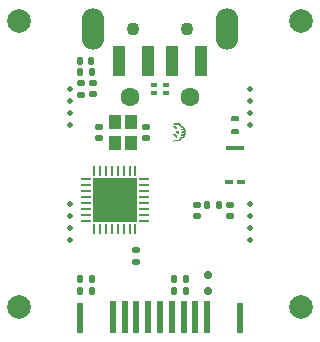
<source format=gbr>
%TF.GenerationSoftware,KiCad,Pcbnew,7.0.9*%
%TF.CreationDate,2024-04-04T21:50:02+13:00*%
%TF.ProjectId,panel,70616e65-6c2e-46b6-9963-61645f706362,rev?*%
%TF.SameCoordinates,Original*%
%TF.FileFunction,Soldermask,Bot*%
%TF.FilePolarity,Negative*%
%FSLAX46Y46*%
G04 Gerber Fmt 4.6, Leading zero omitted, Abs format (unit mm)*
G04 Created by KiCad (PCBNEW 7.0.9) date 2024-04-04 21:50:02*
%MOMM*%
%LPD*%
G01*
G04 APERTURE LIST*
G04 Aperture macros list*
%AMRoundRect*
0 Rectangle with rounded corners*
0 $1 Rounding radius*
0 $2 $3 $4 $5 $6 $7 $8 $9 X,Y pos of 4 corners*
0 Add a 4 corners polygon primitive as box body*
4,1,4,$2,$3,$4,$5,$6,$7,$8,$9,$2,$3,0*
0 Add four circle primitives for the rounded corners*
1,1,$1+$1,$2,$3*
1,1,$1+$1,$4,$5*
1,1,$1+$1,$6,$7*
1,1,$1+$1,$8,$9*
0 Add four rect primitives between the rounded corners*
20,1,$1+$1,$2,$3,$4,$5,0*
20,1,$1+$1,$4,$5,$6,$7,0*
20,1,$1+$1,$6,$7,$8,$9,0*
20,1,$1+$1,$8,$9,$2,$3,0*%
%AMOutline4P*
0 Free polygon, 4 corners , with rotation*
0 The origin of the aperture is its center*
0 number of corners: always 4*
0 $1 to $8 corner X, Y*
0 $9 Rotation angle, in degrees counterclockwise*
0 create outline with 4 corners*
4,1,4,$1,$2,$3,$4,$5,$6,$7,$8,$1,$2,$9*%
G04 Aperture macros list end*
%ADD10C,0.200000*%
%ADD11RoundRect,0.140000X-0.140000X-0.170000X0.140000X-0.170000X0.140000X0.170000X-0.140000X0.170000X0*%
%ADD12Outline4P,-0.175000X-0.325000X0.175000X-0.325000X0.175000X0.325000X-0.175000X0.325000X270.000000*%
%ADD13Outline4P,-0.175000X-0.800000X0.175000X-0.800000X0.175000X0.800000X-0.175000X0.800000X270.000000*%
%ADD14RoundRect,0.135000X0.185000X-0.135000X0.185000X0.135000X-0.185000X0.135000X-0.185000X-0.135000X0*%
%ADD15C,1.100000*%
%ADD16R,1.100000X2.500000*%
%ADD17O,1.900000X3.500000*%
%ADD18RoundRect,0.140000X-0.170000X0.140000X-0.170000X-0.140000X0.170000X-0.140000X0.170000X0.140000X0*%
%ADD19R,0.500000X0.300000*%
%ADD20RoundRect,0.135000X0.135000X0.185000X-0.135000X0.185000X-0.135000X-0.185000X0.135000X-0.185000X0*%
%ADD21RoundRect,0.150000X0.200000X-0.150000X0.200000X0.150000X-0.200000X0.150000X-0.200000X-0.150000X0*%
%ADD22R,1.000000X1.150000*%
%ADD23RoundRect,0.135000X-0.185000X0.135000X-0.185000X-0.135000X0.185000X-0.135000X0.185000X0.135000X0*%
%ADD24RoundRect,0.135000X-0.135000X-0.185000X0.135000X-0.185000X0.135000X0.185000X-0.135000X0.185000X0*%
%ADD25RoundRect,0.062500X0.337500X0.062500X-0.337500X0.062500X-0.337500X-0.062500X0.337500X-0.062500X0*%
%ADD26RoundRect,0.062500X0.062500X0.337500X-0.062500X0.337500X-0.062500X-0.337500X0.062500X-0.337500X0*%
%ADD27R,3.700000X3.700000*%
%ADD28RoundRect,0.147500X-0.147500X-0.172500X0.147500X-0.172500X0.147500X0.172500X-0.147500X0.172500X0*%
%ADD29RoundRect,0.140000X0.170000X-0.140000X0.170000X0.140000X-0.170000X0.140000X-0.170000X-0.140000X0*%
%ADD30C,0.500000*%
%ADD31R,0.500000X2.800000*%
%ADD32R,0.600000X2.600000*%
%ADD33C,2.000000*%
%ADD34C,1.600000*%
G04 APERTURE END LIST*
D10*
%TO.C,AE1*%
X154600000Y-30550000D02*
X155100000Y-30550000D01*
X155100000Y-30550000D02*
X155100000Y-30850000D01*
X155100000Y-30850000D02*
X154600000Y-30850000D01*
X154600000Y-30850000D02*
X154600000Y-30550000D01*
G36*
X154600000Y-30550000D02*
G01*
X155100000Y-30550000D01*
X155100000Y-30850000D01*
X154600000Y-30850000D01*
X154600000Y-30550000D01*
G37*
X154600000Y-31650000D02*
X155100000Y-31650000D01*
X155100000Y-31650000D02*
X155100000Y-31950000D01*
X155100000Y-31950000D02*
X154600000Y-31950000D01*
X154600000Y-31950000D02*
X154600000Y-31650000D01*
G36*
X154600000Y-31650000D02*
G01*
X155100000Y-31650000D01*
X155100000Y-31950000D01*
X154600000Y-31950000D01*
X154600000Y-31650000D01*
G37*
%TO.C,REF\u002A\u002A*%
G36*
X149758773Y-32022344D02*
G01*
X149786989Y-32026599D01*
X149812604Y-32034315D01*
X149836573Y-32045871D01*
X149859851Y-32061644D01*
X149883392Y-32082014D01*
X149901610Y-32100337D01*
X149916907Y-32118360D01*
X149928731Y-32135899D01*
X149937700Y-32153879D01*
X149944433Y-32173226D01*
X149944633Y-32173944D01*
X149946865Y-32185809D01*
X149948400Y-32201287D01*
X149949226Y-32218940D01*
X149949334Y-32237327D01*
X149948712Y-32255009D01*
X149947350Y-32270547D01*
X149945237Y-32282501D01*
X149938508Y-32302952D01*
X149926938Y-32325960D01*
X149912295Y-32345541D01*
X149898812Y-32360293D01*
X149893055Y-32343226D01*
X149884641Y-32321532D01*
X149873214Y-32299511D01*
X149859152Y-32279251D01*
X149841958Y-32260210D01*
X149821135Y-32241843D01*
X149796186Y-32223609D01*
X149766614Y-32204962D01*
X149750332Y-32195216D01*
X149729021Y-32182113D01*
X149711394Y-32170724D01*
X149696889Y-32160630D01*
X149684941Y-32151412D01*
X149674986Y-32142652D01*
X149666462Y-32133930D01*
X149658805Y-32124829D01*
X149647861Y-32109083D01*
X149637318Y-32087601D01*
X149630053Y-32063220D01*
X149629224Y-32059462D01*
X149627553Y-32050007D01*
X149627969Y-32043720D01*
X149631189Y-32039411D01*
X149637933Y-32035892D01*
X149648918Y-32031971D01*
X149650122Y-32031567D01*
X149667244Y-32026748D01*
X149685300Y-32023532D01*
X149705679Y-32021732D01*
X149729770Y-32021162D01*
X149758773Y-32022344D01*
G37*
G36*
X149752728Y-31329142D02*
G01*
X149764810Y-31329660D01*
X149783910Y-31331094D01*
X149799788Y-31333376D01*
X149813720Y-31336780D01*
X149826987Y-31341581D01*
X149840867Y-31348052D01*
X149863517Y-31361573D01*
X149886046Y-31379693D01*
X149908024Y-31402424D01*
X149920945Y-31418706D01*
X149935821Y-31443192D01*
X149945516Y-31468004D01*
X149946181Y-31470677D01*
X149947479Y-31479207D01*
X149948265Y-31490865D01*
X149948573Y-31506340D01*
X149948437Y-31526320D01*
X149948393Y-31529145D01*
X149948044Y-31545648D01*
X149947535Y-31558136D01*
X149946754Y-31567648D01*
X149945586Y-31575223D01*
X149943920Y-31581903D01*
X149941640Y-31588727D01*
X149941450Y-31589249D01*
X149936869Y-31600184D01*
X149931019Y-31611979D01*
X149924476Y-31623704D01*
X149917818Y-31634427D01*
X149911619Y-31643218D01*
X149906458Y-31649144D01*
X149902909Y-31651276D01*
X149901339Y-31649887D01*
X149897805Y-31645055D01*
X149893362Y-31637964D01*
X149892865Y-31637130D01*
X149885966Y-31627030D01*
X149877175Y-31616730D01*
X149866100Y-31605916D01*
X149852352Y-31594276D01*
X149835540Y-31581496D01*
X149815273Y-31567261D01*
X149791162Y-31551260D01*
X149762814Y-31533178D01*
X149746328Y-31522660D01*
X149720701Y-31505458D01*
X149698954Y-31489542D01*
X149680511Y-31474426D01*
X149664792Y-31459622D01*
X149651218Y-31444643D01*
X149639213Y-31429001D01*
X149637405Y-31426332D01*
X149631685Y-31416770D01*
X149625707Y-31405470D01*
X149620050Y-31393678D01*
X149615293Y-31382640D01*
X149612014Y-31373603D01*
X149610793Y-31367812D01*
X149611097Y-31366917D01*
X149614807Y-31363298D01*
X149621919Y-31358476D01*
X149631407Y-31353056D01*
X149642242Y-31347638D01*
X149653399Y-31342825D01*
X149667597Y-31337773D01*
X149685960Y-31332992D01*
X149705386Y-31330081D01*
X149727201Y-31328859D01*
X149752728Y-31329142D01*
G37*
G36*
X150080537Y-31741601D02*
G01*
X150089064Y-31742141D01*
X150095438Y-31743179D01*
X150100780Y-31744847D01*
X150106208Y-31747280D01*
X150113133Y-31751437D01*
X150123192Y-31759572D01*
X150132660Y-31769242D01*
X150140229Y-31779072D01*
X150144591Y-31787683D01*
X150144898Y-31788872D01*
X150145900Y-31796323D01*
X150146440Y-31806653D01*
X150146407Y-31818005D01*
X150146190Y-31823279D01*
X150145024Y-31835413D01*
X150142674Y-31845389D01*
X150138681Y-31855431D01*
X150136334Y-31860697D01*
X150132933Y-31870300D01*
X150132184Y-31878328D01*
X150134085Y-31886796D01*
X150138634Y-31897722D01*
X150139759Y-31900341D01*
X150144223Y-31915291D01*
X150146728Y-31932048D01*
X150147066Y-31948503D01*
X150145028Y-31962545D01*
X150143076Y-31967728D01*
X150136543Y-31978515D01*
X150127363Y-31989443D01*
X150116838Y-31999056D01*
X150106268Y-32005899D01*
X150101998Y-32007870D01*
X150096786Y-32009698D01*
X150090842Y-32010856D01*
X150083049Y-32011476D01*
X150072285Y-32011689D01*
X150057435Y-32011626D01*
X150034523Y-32010710D01*
X149998458Y-32006431D01*
X149963575Y-31998904D01*
X149930597Y-31988376D01*
X149900249Y-31975092D01*
X149873254Y-31959299D01*
X149850337Y-31941243D01*
X149845496Y-31936642D01*
X149834248Y-31924335D01*
X149826709Y-31912676D01*
X149822178Y-31900398D01*
X149819955Y-31886232D01*
X149819089Y-31873963D01*
X149819233Y-31863579D01*
X149821198Y-31856108D01*
X149825607Y-31850339D01*
X149833082Y-31845065D01*
X149844246Y-31839076D01*
X149860274Y-31829674D01*
X149877795Y-31816212D01*
X149892221Y-31801390D01*
X149902510Y-31786157D01*
X149903148Y-31784954D01*
X149906704Y-31779303D01*
X149911076Y-31774700D01*
X149917107Y-31770668D01*
X149925641Y-31766728D01*
X149937520Y-31762402D01*
X149953590Y-31757213D01*
X149971752Y-31751960D01*
X149999149Y-31746010D01*
X150026971Y-31742618D01*
X150057435Y-31741447D01*
X150068738Y-31741424D01*
X150080537Y-31741601D01*
G37*
G36*
X150022461Y-31097245D02*
G01*
X150048888Y-31099152D01*
X150072249Y-31102554D01*
X150093543Y-31107637D01*
X150113765Y-31114591D01*
X150133915Y-31123603D01*
X150145639Y-31129674D01*
X150159152Y-31137714D01*
X150171874Y-31146792D01*
X150185172Y-31157902D01*
X150200411Y-31172040D01*
X150210780Y-31182292D01*
X150223163Y-31195665D01*
X150234672Y-31209697D01*
X150246077Y-31225401D01*
X150258149Y-31243793D01*
X150271658Y-31265888D01*
X150279830Y-31279491D01*
X150291566Y-31298351D01*
X150301820Y-31313413D01*
X150311215Y-31325160D01*
X150320377Y-31334074D01*
X150329931Y-31340637D01*
X150340501Y-31345332D01*
X150352712Y-31348641D01*
X150367190Y-31351046D01*
X150384559Y-31353030D01*
X150387857Y-31353375D01*
X150402717Y-31355169D01*
X150416717Y-31357205D01*
X150428414Y-31359257D01*
X150436364Y-31361100D01*
X150440585Y-31362430D01*
X150464875Y-31372772D01*
X150489120Y-31387293D01*
X150512464Y-31405195D01*
X150534054Y-31425682D01*
X150553034Y-31447957D01*
X150568550Y-31471225D01*
X150579746Y-31494689D01*
X150583598Y-31506408D01*
X150588300Y-31525788D01*
X150591465Y-31545564D01*
X150592624Y-31563246D01*
X150592624Y-31578879D01*
X150611165Y-31598826D01*
X150628431Y-31618949D01*
X150644769Y-31642672D01*
X150656729Y-31666728D01*
X150664697Y-31691918D01*
X150669057Y-31719040D01*
X150670475Y-31745484D01*
X150669240Y-31776942D01*
X150664830Y-31806393D01*
X150657373Y-31833039D01*
X150646998Y-31856085D01*
X150642049Y-31866138D01*
X150639936Y-31875223D01*
X150641289Y-31883969D01*
X150646064Y-31894199D01*
X150649755Y-31901254D01*
X150659740Y-31926696D01*
X150666503Y-31955286D01*
X150669883Y-31986181D01*
X150669721Y-32018538D01*
X150668651Y-32032106D01*
X150664491Y-32059583D01*
X150657542Y-32083823D01*
X150647367Y-32105867D01*
X150633530Y-32126753D01*
X150615595Y-32147521D01*
X150592624Y-32171549D01*
X150592533Y-32188148D01*
X150591967Y-32200381D01*
X150589403Y-32220696D01*
X150585191Y-32240919D01*
X150579788Y-32258516D01*
X150577520Y-32264095D01*
X150566221Y-32285528D01*
X150551103Y-32307268D01*
X150533073Y-32328328D01*
X150513037Y-32347720D01*
X150491903Y-32364455D01*
X150470576Y-32377544D01*
X150461402Y-32382120D01*
X150448601Y-32387663D01*
X150435874Y-32391883D01*
X150421900Y-32395126D01*
X150405359Y-32397740D01*
X150384931Y-32400071D01*
X150375149Y-32401120D01*
X150357990Y-32403515D01*
X150343900Y-32406710D01*
X150332097Y-32411251D01*
X150321798Y-32417683D01*
X150312220Y-32426552D01*
X150302583Y-32438403D01*
X150292102Y-32453782D01*
X150279997Y-32473234D01*
X150267450Y-32493720D01*
X150256558Y-32511086D01*
X150247206Y-32525372D01*
X150238862Y-32537309D01*
X150230993Y-32547628D01*
X150223066Y-32557059D01*
X150214548Y-32566332D01*
X150204906Y-32576179D01*
X150188769Y-32591531D01*
X150167588Y-32608962D01*
X150146701Y-32622761D01*
X150125147Y-32633620D01*
X150120303Y-32635682D01*
X150101454Y-32642868D01*
X150083035Y-32648319D01*
X150063930Y-32652225D01*
X150043023Y-32654779D01*
X150019197Y-32656171D01*
X149991338Y-32656595D01*
X149988346Y-32656593D01*
X149970831Y-32656483D01*
X149957038Y-32656113D01*
X149945673Y-32655373D01*
X149935442Y-32654148D01*
X149925052Y-32652328D01*
X149913208Y-32649798D01*
X149909918Y-32649065D01*
X149899163Y-32646826D01*
X149889645Y-32645276D01*
X149880453Y-32644423D01*
X149870674Y-32644279D01*
X149859394Y-32644855D01*
X149845700Y-32646159D01*
X149828680Y-32648203D01*
X149807419Y-32650997D01*
X149805947Y-32651193D01*
X149773962Y-32654960D01*
X149738624Y-32658209D01*
X149699320Y-32660991D01*
X149655434Y-32663356D01*
X149618039Y-32665108D01*
X149619888Y-32656295D01*
X149623079Y-32644807D01*
X149632740Y-32624884D01*
X149647190Y-32606720D01*
X149666295Y-32590509D01*
X149667654Y-32589551D01*
X149677907Y-32582776D01*
X149689241Y-32576135D01*
X149702421Y-32569247D01*
X149718208Y-32561728D01*
X149737367Y-32553197D01*
X149760659Y-32543273D01*
X149768860Y-32539797D01*
X149784925Y-32532812D01*
X149800489Y-32525845D01*
X149814110Y-32519545D01*
X149824347Y-32514562D01*
X149830000Y-32511794D01*
X149853942Y-32502669D01*
X149876685Y-32498278D01*
X149897972Y-32498650D01*
X149917547Y-32503815D01*
X149940573Y-32511561D01*
X149970843Y-32517252D01*
X150001322Y-32518224D01*
X150031325Y-32514517D01*
X150060164Y-32506176D01*
X150087152Y-32493243D01*
X150093468Y-32489237D01*
X150102723Y-32481985D01*
X150111571Y-32472986D01*
X150120645Y-32461487D01*
X150130577Y-32446737D01*
X150142000Y-32427983D01*
X150158958Y-32400194D01*
X150179898Y-32368874D01*
X150200080Y-32342240D01*
X150219693Y-32320064D01*
X150238925Y-32302117D01*
X150257968Y-32288171D01*
X150263945Y-32284558D01*
X150277197Y-32277852D01*
X150291398Y-32272664D01*
X150307610Y-32268709D01*
X150326894Y-32265700D01*
X150350311Y-32263354D01*
X150357751Y-32262678D01*
X150377461Y-32259935D01*
X150393830Y-32255846D01*
X150408216Y-32250006D01*
X150421977Y-32242011D01*
X150426774Y-32238512D01*
X150434252Y-32231830D01*
X150439273Y-32225780D01*
X150442140Y-32219589D01*
X150444002Y-32210010D01*
X150443168Y-32201264D01*
X150439620Y-32195150D01*
X150438133Y-32194320D01*
X150431561Y-32192221D01*
X150420814Y-32189717D01*
X150406566Y-32186957D01*
X150389486Y-32184088D01*
X150377384Y-32182104D01*
X150362694Y-32179477D01*
X150349997Y-32176966D01*
X150340346Y-32174781D01*
X150334795Y-32173134D01*
X150328474Y-32169636D01*
X150319054Y-32162430D01*
X150309626Y-32153537D01*
X150301688Y-32144402D01*
X150296740Y-32136467D01*
X150295705Y-32133463D01*
X150293956Y-32123729D01*
X150293206Y-32111823D01*
X150293452Y-32099566D01*
X150294686Y-32088782D01*
X150296903Y-32081292D01*
X150297051Y-32081016D01*
X150301063Y-32075475D01*
X150307607Y-32068163D01*
X150315343Y-32060587D01*
X150330006Y-32047186D01*
X150358037Y-32047186D01*
X150366223Y-32047349D01*
X150386288Y-32048667D01*
X150410219Y-32051242D01*
X150437239Y-32054999D01*
X150438636Y-32055211D01*
X150454874Y-32057615D01*
X150469791Y-32059701D01*
X150482432Y-32061346D01*
X150491839Y-32062424D01*
X150497059Y-32062812D01*
X150505334Y-32060698D01*
X150513933Y-32053952D01*
X150521676Y-32043163D01*
X150528136Y-32028938D01*
X150532885Y-32011887D01*
X150533439Y-32009096D01*
X150534562Y-32001322D01*
X150534528Y-31994219D01*
X150533216Y-31985903D01*
X150530506Y-31974489D01*
X150530236Y-31973416D01*
X150528284Y-31965266D01*
X150526554Y-31958710D01*
X150524504Y-31953576D01*
X150521590Y-31949692D01*
X150517269Y-31946885D01*
X150510999Y-31944982D01*
X150502236Y-31943812D01*
X150490438Y-31943200D01*
X150475062Y-31942976D01*
X150455564Y-31942966D01*
X150431403Y-31942998D01*
X150420347Y-31942975D01*
X150399806Y-31942820D01*
X150381035Y-31942533D01*
X150364721Y-31942134D01*
X150351552Y-31941641D01*
X150342215Y-31941072D01*
X150337400Y-31940447D01*
X150332441Y-31938616D01*
X150321020Y-31931623D01*
X150309916Y-31921498D01*
X150300567Y-31909452D01*
X150299316Y-31907444D01*
X150296026Y-31901271D01*
X150294157Y-31895130D01*
X150293319Y-31887275D01*
X150293126Y-31875963D01*
X150293378Y-31866236D01*
X150294630Y-31854592D01*
X150296828Y-31847174D01*
X150301333Y-31840601D01*
X150309068Y-31832108D01*
X150318167Y-31823809D01*
X150327149Y-31817039D01*
X150334533Y-31813135D01*
X150336790Y-31812626D01*
X150345180Y-31811753D01*
X150358719Y-31811072D01*
X150377367Y-31810584D01*
X150401086Y-31810290D01*
X150429838Y-31810192D01*
X150430957Y-31810192D01*
X150455107Y-31810213D01*
X150474605Y-31810180D01*
X150489982Y-31809962D01*
X150501773Y-31809425D01*
X150510511Y-31808437D01*
X150516729Y-31806866D01*
X150520959Y-31804578D01*
X150523734Y-31801441D01*
X150525589Y-31797323D01*
X150527055Y-31792091D01*
X150528666Y-31785612D01*
X150528881Y-31784786D01*
X150532456Y-31769723D01*
X150534269Y-31757960D01*
X150534337Y-31747975D01*
X150532677Y-31738246D01*
X150529306Y-31727248D01*
X150529235Y-31727044D01*
X150525000Y-31716376D01*
X150520209Y-31706450D01*
X150515884Y-31699392D01*
X150513718Y-31696685D01*
X150510812Y-31693891D01*
X150507259Y-31691969D01*
X150502417Y-31690909D01*
X150495642Y-31690702D01*
X150486292Y-31691337D01*
X150473725Y-31692806D01*
X150457296Y-31695099D01*
X150436364Y-31698206D01*
X150413127Y-31701429D01*
X150387903Y-31704201D01*
X150366400Y-31705689D01*
X150348947Y-31705879D01*
X150335872Y-31704761D01*
X150327504Y-31702321D01*
X150323015Y-31699431D01*
X150314896Y-31692544D01*
X150306711Y-31684118D01*
X150299895Y-31675674D01*
X150295882Y-31668738D01*
X150295214Y-31666581D01*
X150293759Y-31657261D01*
X150293214Y-31645445D01*
X150293548Y-31633044D01*
X150294732Y-31621970D01*
X150296735Y-31614133D01*
X150298067Y-31611494D01*
X150304522Y-31602591D01*
X150313438Y-31593351D01*
X150323200Y-31585328D01*
X150332191Y-31580073D01*
X150336105Y-31578848D01*
X150344930Y-31576766D01*
X150357037Y-31574310D01*
X150371373Y-31571692D01*
X150386882Y-31569123D01*
X150392729Y-31568195D01*
X150410102Y-31565236D01*
X150423099Y-31562508D01*
X150432342Y-31559718D01*
X150438451Y-31556574D01*
X150442046Y-31552782D01*
X150443748Y-31548050D01*
X150444177Y-31542086D01*
X150442353Y-31533169D01*
X150435925Y-31522681D01*
X150425448Y-31512681D01*
X150411531Y-31503734D01*
X150394783Y-31496402D01*
X150388033Y-31494678D01*
X150377325Y-31492795D01*
X150364347Y-31491051D01*
X150350595Y-31489673D01*
X150337101Y-31488408D01*
X150312572Y-31484947D01*
X150291702Y-31479998D01*
X150273493Y-31473142D01*
X150256952Y-31463961D01*
X150241081Y-31452039D01*
X150224885Y-31436957D01*
X150212076Y-31423577D01*
X150198866Y-31408442D01*
X150186171Y-31392236D01*
X150173317Y-31374044D01*
X150159627Y-31352952D01*
X150144427Y-31328047D01*
X150137588Y-31316747D01*
X150125837Y-31298480D01*
X150115150Y-31283929D01*
X150104802Y-31272428D01*
X150094063Y-31263308D01*
X150082206Y-31255905D01*
X150068503Y-31249550D01*
X150052226Y-31243577D01*
X150042893Y-31240695D01*
X150030927Y-31237999D01*
X150017626Y-31236288D01*
X150001059Y-31235247D01*
X149980887Y-31235072D01*
X149959622Y-31237031D01*
X149939220Y-31241682D01*
X149917547Y-31249389D01*
X149913901Y-31250811D01*
X149905807Y-31253355D01*
X149897597Y-31254765D01*
X149888277Y-31255035D01*
X149876857Y-31254160D01*
X149862344Y-31252134D01*
X149843745Y-31248951D01*
X149829234Y-31246463D01*
X149793597Y-31241142D01*
X149755236Y-31236371D01*
X149715866Y-31232355D01*
X149677203Y-31229294D01*
X149665633Y-31228491D01*
X149652447Y-31227487D01*
X149641853Y-31226578D01*
X149634718Y-31225841D01*
X149631913Y-31225350D01*
X149631905Y-31224534D01*
X149634197Y-31220363D01*
X149639109Y-31213493D01*
X149646026Y-31204690D01*
X149654335Y-31194720D01*
X149663424Y-31184352D01*
X149672679Y-31174352D01*
X149682526Y-31164531D01*
X149698719Y-31149658D01*
X149716792Y-31134183D01*
X149735283Y-31119349D01*
X149752728Y-31106398D01*
X149758963Y-31102315D01*
X149766876Y-31098710D01*
X149773563Y-31098151D01*
X149776183Y-31098475D01*
X149784001Y-31099467D01*
X149795252Y-31100911D01*
X149808859Y-31102667D01*
X149823747Y-31104597D01*
X149832763Y-31105742D01*
X149850326Y-31107687D01*
X149864729Y-31108664D01*
X149877339Y-31108638D01*
X149889526Y-31107575D01*
X149902658Y-31105440D01*
X149918103Y-31102197D01*
X149923598Y-31101025D01*
X149933874Y-31099215D01*
X149944555Y-31097963D01*
X149956840Y-31097179D01*
X149971930Y-31096769D01*
X149991024Y-31096644D01*
X149991972Y-31096644D01*
X150022461Y-31097245D01*
G37*
%TD*%
D11*
%TO.C,C1*%
X141720000Y-25850000D03*
X142680000Y-25850000D03*
%TD*%
D12*
%TO.C,AE1*%
X154375000Y-36125000D03*
D13*
X154850000Y-33175000D03*
D12*
X155325000Y-36125000D03*
%TD*%
D14*
%TO.C,R9*%
X146500000Y-42860000D03*
X146500000Y-41840000D03*
%TD*%
D15*
%TO.C,J1*%
X146200000Y-23100000D03*
X150800000Y-23100000D03*
D16*
X152000000Y-25850000D03*
X149500000Y-25850000D03*
X147500000Y-25850000D03*
X145000000Y-25850000D03*
D17*
X142800000Y-23100000D03*
X154200000Y-23100000D03*
%TD*%
D18*
%TO.C,C14*%
X154400000Y-38020000D03*
X154400000Y-38980000D03*
%TD*%
%TO.C,C7*%
X143350000Y-31420000D03*
X143350000Y-32380000D03*
%TD*%
%TO.C,C12*%
X151600000Y-38020000D03*
X151600000Y-38980000D03*
%TD*%
D19*
%TO.C,D7*%
X149000000Y-28600000D03*
X149000000Y-27900000D03*
%TD*%
D20*
%TO.C,R23*%
X150710000Y-44300000D03*
X149690000Y-44300000D03*
%TD*%
%TO.C,R22*%
X150710000Y-45300000D03*
X149690000Y-45300000D03*
%TD*%
D21*
%TO.C,D8*%
X152550000Y-43950000D03*
X152550000Y-45350000D03*
%TD*%
D19*
%TO.C,D6*%
X148000000Y-28600000D03*
X148000000Y-27900000D03*
%TD*%
D22*
%TO.C,Y1*%
X144650000Y-32775000D03*
X144650000Y-31025000D03*
X146050000Y-31025000D03*
X146050000Y-32775000D03*
%TD*%
D23*
%TO.C,R29*%
X141800000Y-27690000D03*
X141800000Y-28710000D03*
%TD*%
D24*
%TO.C,R20*%
X141690000Y-45300000D03*
X142710000Y-45300000D03*
%TD*%
%TO.C,R21*%
X141690000Y-44300000D03*
X142710000Y-44300000D03*
%TD*%
D18*
%TO.C,C21*%
X142800000Y-27720000D03*
X142800000Y-28680000D03*
%TD*%
D25*
%TO.C,U4*%
X147125000Y-35875000D03*
X147125000Y-36375000D03*
X147125000Y-36875000D03*
X147125000Y-37375000D03*
X147125000Y-37875000D03*
X147125000Y-38375000D03*
X147125000Y-38875000D03*
X147125000Y-39375000D03*
D26*
X146425000Y-40075000D03*
X145925000Y-40075000D03*
X145425000Y-40075000D03*
X144925000Y-40075000D03*
X144425000Y-40075000D03*
X143925000Y-40075000D03*
X143425000Y-40075000D03*
X142925000Y-40075000D03*
D25*
X142225000Y-39375000D03*
X142225000Y-38875000D03*
X142225000Y-38375000D03*
X142225000Y-37875000D03*
X142225000Y-37375000D03*
X142225000Y-36875000D03*
X142225000Y-36375000D03*
X142225000Y-35875000D03*
D26*
X142925000Y-35175000D03*
X143425000Y-35175000D03*
X143925000Y-35175000D03*
X144425000Y-35175000D03*
X144925000Y-35175000D03*
X145425000Y-35175000D03*
X145925000Y-35175000D03*
X146425000Y-35175000D03*
D27*
X144675000Y-37625000D03*
%TD*%
D28*
%TO.C,L3*%
X152515000Y-38050000D03*
X153485000Y-38050000D03*
%TD*%
D29*
%TO.C,C8*%
X147350000Y-32380000D03*
X147350000Y-31420000D03*
%TD*%
D20*
%TO.C,R27*%
X142710000Y-26800000D03*
X141690000Y-26800000D03*
%TD*%
D30*
%TO.C,KiKit_MB_1_3*%
X140900000Y-29233334D03*
%TD*%
%TO.C,KiKit_MB_1_4*%
X140900000Y-28233334D03*
%TD*%
%TO.C,KiKit_MB_1_1*%
X140900000Y-31233334D03*
%TD*%
D31*
%TO.C,J2*%
X144500000Y-47550000D03*
X145500000Y-47550000D03*
X146500000Y-47550000D03*
X147500000Y-47550000D03*
X148500000Y-47550000D03*
X149500000Y-47550000D03*
X150500000Y-47550000D03*
X151500000Y-47550000D03*
X152500000Y-47550000D03*
D32*
X141725000Y-47650000D03*
X155275000Y-47650000D03*
%TD*%
D30*
%TO.C,KiKit_MB_3_2*%
X156100000Y-29233334D03*
%TD*%
%TO.C,KiKit_MB_3_3*%
X156100000Y-30233334D03*
%TD*%
%TO.C,KiKit_MB_3_4*%
X156100000Y-31233334D03*
%TD*%
%TO.C,KiKit_MB_1_2*%
X140900000Y-30233334D03*
%TD*%
D33*
%TO.C,KiKit_TO_3*%
X136599000Y-46700000D03*
%TD*%
D30*
%TO.C,KiKit_MB_4_4*%
X156100000Y-40966666D03*
%TD*%
%TO.C,KiKit_MB_4_1*%
X156100000Y-37966666D03*
%TD*%
D33*
%TO.C,KiKit_TO_1*%
X136599000Y-22500000D03*
%TD*%
D34*
%TO.C,C3*%
X146000000Y-28900000D03*
X151000000Y-28900000D03*
%TD*%
D30*
%TO.C,KiKit_MB_2_2*%
X140900000Y-39966666D03*
%TD*%
D33*
%TO.C,KiKit_TO_4*%
X160401000Y-46700000D03*
%TD*%
D30*
%TO.C,KiKit_MB_2_4*%
X140900000Y-37966666D03*
%TD*%
%TO.C,KiKit_MB_4_2*%
X156100000Y-38966666D03*
%TD*%
%TO.C,KiKit_MB_4_3*%
X156100000Y-39966666D03*
%TD*%
%TO.C,KiKit_MB_2_3*%
X140900000Y-38966666D03*
%TD*%
%TO.C,KiKit_MB_2_1*%
X140900000Y-40966666D03*
%TD*%
%TO.C,KiKit_MB_3_1*%
X156100000Y-28233334D03*
%TD*%
D33*
%TO.C,KiKit_TO_2*%
X160401000Y-22500000D03*
%TD*%
M02*

</source>
